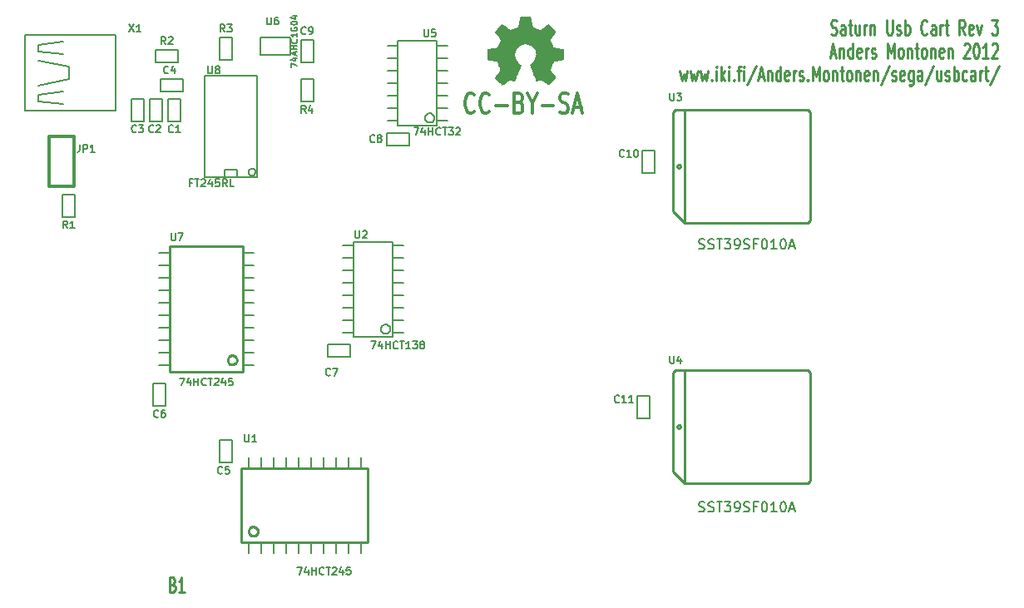
<source format=gto>
G04 (created by PCBNEW-RS274X (2012-01-19 BZR 3256)-stable) date 09/06/2012 05:25:14*
G01*
G70*
G90*
%MOIN*%
G04 Gerber Fmt 3.4, Leading zero omitted, Abs format*
%FSLAX34Y34*%
G04 APERTURE LIST*
%ADD10C,0.006000*%
%ADD11C,0.012000*%
%ADD12C,0.009900*%
%ADD13C,0.009800*%
%ADD14C,0.000100*%
%ADD15C,0.010000*%
%ADD16C,0.005000*%
%ADD17C,0.005900*%
%ADD18C,0.007900*%
G04 APERTURE END LIST*
G54D10*
G54D11*
X28205Y-44539D02*
X28176Y-44577D01*
X28090Y-44615D01*
X28033Y-44615D01*
X27948Y-44577D01*
X27890Y-44501D01*
X27862Y-44424D01*
X27833Y-44272D01*
X27833Y-44158D01*
X27862Y-44005D01*
X27890Y-43929D01*
X27948Y-43853D01*
X28033Y-43815D01*
X28090Y-43815D01*
X28176Y-43853D01*
X28205Y-43891D01*
X28805Y-44539D02*
X28776Y-44577D01*
X28690Y-44615D01*
X28633Y-44615D01*
X28548Y-44577D01*
X28490Y-44501D01*
X28462Y-44424D01*
X28433Y-44272D01*
X28433Y-44158D01*
X28462Y-44005D01*
X28490Y-43929D01*
X28548Y-43853D01*
X28633Y-43815D01*
X28690Y-43815D01*
X28776Y-43853D01*
X28805Y-43891D01*
X29062Y-44310D02*
X29519Y-44310D01*
X30005Y-44196D02*
X30091Y-44234D01*
X30119Y-44272D01*
X30148Y-44348D01*
X30148Y-44462D01*
X30119Y-44539D01*
X30091Y-44577D01*
X30033Y-44615D01*
X29805Y-44615D01*
X29805Y-43815D01*
X30005Y-43815D01*
X30062Y-43853D01*
X30091Y-43891D01*
X30119Y-43967D01*
X30119Y-44043D01*
X30091Y-44120D01*
X30062Y-44158D01*
X30005Y-44196D01*
X29805Y-44196D01*
X30519Y-44234D02*
X30519Y-44615D01*
X30319Y-43815D02*
X30519Y-44234D01*
X30719Y-43815D01*
X30919Y-44310D02*
X31376Y-44310D01*
X31633Y-44577D02*
X31719Y-44615D01*
X31862Y-44615D01*
X31919Y-44577D01*
X31948Y-44539D01*
X31976Y-44462D01*
X31976Y-44386D01*
X31948Y-44310D01*
X31919Y-44272D01*
X31862Y-44234D01*
X31748Y-44196D01*
X31690Y-44158D01*
X31662Y-44120D01*
X31633Y-44043D01*
X31633Y-43967D01*
X31662Y-43891D01*
X31690Y-43853D01*
X31748Y-43815D01*
X31890Y-43815D01*
X31976Y-43853D01*
X32204Y-44386D02*
X32490Y-44386D01*
X32147Y-44615D02*
X32347Y-43815D01*
X32547Y-44615D01*
G54D12*
X16124Y-63512D02*
X16180Y-63540D01*
X16199Y-63568D01*
X16218Y-63625D01*
X16218Y-63709D01*
X16199Y-63765D01*
X16180Y-63794D01*
X16143Y-63822D01*
X15993Y-63822D01*
X15993Y-63231D01*
X16124Y-63231D01*
X16162Y-63259D01*
X16180Y-63287D01*
X16199Y-63343D01*
X16199Y-63400D01*
X16180Y-63456D01*
X16162Y-63484D01*
X16124Y-63512D01*
X15993Y-63512D01*
X16593Y-63822D02*
X16368Y-63822D01*
X16481Y-63822D02*
X16481Y-63231D01*
X16443Y-63315D01*
X16406Y-63371D01*
X16368Y-63400D01*
G54D13*
X42504Y-41451D02*
X42560Y-41479D01*
X42654Y-41479D01*
X42692Y-41451D01*
X42710Y-41422D01*
X42729Y-41366D01*
X42729Y-41310D01*
X42710Y-41254D01*
X42692Y-41225D01*
X42654Y-41197D01*
X42579Y-41169D01*
X42542Y-41141D01*
X42523Y-41113D01*
X42504Y-41057D01*
X42504Y-41000D01*
X42523Y-40944D01*
X42542Y-40916D01*
X42579Y-40888D01*
X42673Y-40888D01*
X42729Y-40916D01*
X43067Y-41479D02*
X43067Y-41169D01*
X43048Y-41113D01*
X43010Y-41085D01*
X42935Y-41085D01*
X42898Y-41113D01*
X43067Y-41451D02*
X43029Y-41479D01*
X42935Y-41479D01*
X42898Y-41451D01*
X42879Y-41394D01*
X42879Y-41338D01*
X42898Y-41282D01*
X42935Y-41254D01*
X43029Y-41254D01*
X43067Y-41225D01*
X43198Y-41085D02*
X43348Y-41085D01*
X43254Y-40888D02*
X43254Y-41394D01*
X43273Y-41451D01*
X43310Y-41479D01*
X43348Y-41479D01*
X43648Y-41085D02*
X43648Y-41479D01*
X43479Y-41085D02*
X43479Y-41394D01*
X43498Y-41451D01*
X43535Y-41479D01*
X43591Y-41479D01*
X43629Y-41451D01*
X43648Y-41422D01*
X43835Y-41479D02*
X43835Y-41085D01*
X43835Y-41197D02*
X43854Y-41141D01*
X43872Y-41113D01*
X43910Y-41085D01*
X43947Y-41085D01*
X44079Y-41085D02*
X44079Y-41479D01*
X44079Y-41141D02*
X44098Y-41113D01*
X44135Y-41085D01*
X44191Y-41085D01*
X44229Y-41113D01*
X44248Y-41169D01*
X44248Y-41479D01*
X44735Y-40888D02*
X44735Y-41366D01*
X44754Y-41422D01*
X44772Y-41451D01*
X44810Y-41479D01*
X44885Y-41479D01*
X44922Y-41451D01*
X44941Y-41422D01*
X44960Y-41366D01*
X44960Y-40888D01*
X45129Y-41451D02*
X45167Y-41479D01*
X45242Y-41479D01*
X45279Y-41451D01*
X45298Y-41394D01*
X45298Y-41366D01*
X45279Y-41310D01*
X45242Y-41282D01*
X45185Y-41282D01*
X45148Y-41254D01*
X45129Y-41197D01*
X45129Y-41169D01*
X45148Y-41113D01*
X45185Y-41085D01*
X45242Y-41085D01*
X45279Y-41113D01*
X45467Y-41479D02*
X45467Y-40888D01*
X45467Y-41113D02*
X45504Y-41085D01*
X45579Y-41085D01*
X45617Y-41113D01*
X45636Y-41141D01*
X45654Y-41197D01*
X45654Y-41366D01*
X45636Y-41422D01*
X45617Y-41451D01*
X45579Y-41479D01*
X45504Y-41479D01*
X45467Y-41451D01*
X46348Y-41422D02*
X46329Y-41451D01*
X46273Y-41479D01*
X46235Y-41479D01*
X46179Y-41451D01*
X46142Y-41394D01*
X46123Y-41338D01*
X46104Y-41225D01*
X46104Y-41141D01*
X46123Y-41028D01*
X46142Y-40972D01*
X46179Y-40916D01*
X46235Y-40888D01*
X46273Y-40888D01*
X46329Y-40916D01*
X46348Y-40944D01*
X46686Y-41479D02*
X46686Y-41169D01*
X46667Y-41113D01*
X46629Y-41085D01*
X46554Y-41085D01*
X46517Y-41113D01*
X46686Y-41451D02*
X46648Y-41479D01*
X46554Y-41479D01*
X46517Y-41451D01*
X46498Y-41394D01*
X46498Y-41338D01*
X46517Y-41282D01*
X46554Y-41254D01*
X46648Y-41254D01*
X46686Y-41225D01*
X46873Y-41479D02*
X46873Y-41085D01*
X46873Y-41197D02*
X46892Y-41141D01*
X46910Y-41113D01*
X46948Y-41085D01*
X46985Y-41085D01*
X47061Y-41085D02*
X47211Y-41085D01*
X47117Y-40888D02*
X47117Y-41394D01*
X47136Y-41451D01*
X47173Y-41479D01*
X47211Y-41479D01*
X47867Y-41479D02*
X47736Y-41197D01*
X47642Y-41479D02*
X47642Y-40888D01*
X47792Y-40888D01*
X47829Y-40916D01*
X47848Y-40944D01*
X47867Y-41000D01*
X47867Y-41085D01*
X47848Y-41141D01*
X47829Y-41169D01*
X47792Y-41197D01*
X47642Y-41197D01*
X48186Y-41451D02*
X48148Y-41479D01*
X48073Y-41479D01*
X48036Y-41451D01*
X48017Y-41394D01*
X48017Y-41169D01*
X48036Y-41113D01*
X48073Y-41085D01*
X48148Y-41085D01*
X48186Y-41113D01*
X48205Y-41169D01*
X48205Y-41225D01*
X48017Y-41282D01*
X48336Y-41085D02*
X48430Y-41479D01*
X48524Y-41085D01*
X48936Y-40888D02*
X49180Y-40888D01*
X49049Y-41113D01*
X49105Y-41113D01*
X49143Y-41141D01*
X49161Y-41169D01*
X49180Y-41225D01*
X49180Y-41366D01*
X49161Y-41422D01*
X49143Y-41451D01*
X49105Y-41479D01*
X48993Y-41479D01*
X48955Y-41451D01*
X48936Y-41422D01*
X42486Y-42235D02*
X42674Y-42235D01*
X42449Y-42404D02*
X42580Y-41813D01*
X42711Y-42404D01*
X42843Y-42010D02*
X42843Y-42404D01*
X42843Y-42066D02*
X42862Y-42038D01*
X42899Y-42010D01*
X42955Y-42010D01*
X42993Y-42038D01*
X43012Y-42094D01*
X43012Y-42404D01*
X43368Y-42404D02*
X43368Y-41813D01*
X43368Y-42376D02*
X43330Y-42404D01*
X43255Y-42404D01*
X43218Y-42376D01*
X43199Y-42347D01*
X43180Y-42291D01*
X43180Y-42122D01*
X43199Y-42066D01*
X43218Y-42038D01*
X43255Y-42010D01*
X43330Y-42010D01*
X43368Y-42038D01*
X43705Y-42376D02*
X43667Y-42404D01*
X43592Y-42404D01*
X43555Y-42376D01*
X43536Y-42319D01*
X43536Y-42094D01*
X43555Y-42038D01*
X43592Y-42010D01*
X43667Y-42010D01*
X43705Y-42038D01*
X43724Y-42094D01*
X43724Y-42150D01*
X43536Y-42207D01*
X43893Y-42404D02*
X43893Y-42010D01*
X43893Y-42122D02*
X43912Y-42066D01*
X43930Y-42038D01*
X43968Y-42010D01*
X44005Y-42010D01*
X44118Y-42376D02*
X44156Y-42404D01*
X44231Y-42404D01*
X44268Y-42376D01*
X44287Y-42319D01*
X44287Y-42291D01*
X44268Y-42235D01*
X44231Y-42207D01*
X44174Y-42207D01*
X44137Y-42179D01*
X44118Y-42122D01*
X44118Y-42094D01*
X44137Y-42038D01*
X44174Y-42010D01*
X44231Y-42010D01*
X44268Y-42038D01*
X44756Y-42404D02*
X44756Y-41813D01*
X44887Y-42235D01*
X45018Y-41813D01*
X45018Y-42404D01*
X45262Y-42404D02*
X45225Y-42376D01*
X45206Y-42347D01*
X45187Y-42291D01*
X45187Y-42122D01*
X45206Y-42066D01*
X45225Y-42038D01*
X45262Y-42010D01*
X45318Y-42010D01*
X45356Y-42038D01*
X45375Y-42066D01*
X45393Y-42122D01*
X45393Y-42291D01*
X45375Y-42347D01*
X45356Y-42376D01*
X45318Y-42404D01*
X45262Y-42404D01*
X45562Y-42010D02*
X45562Y-42404D01*
X45562Y-42066D02*
X45581Y-42038D01*
X45618Y-42010D01*
X45674Y-42010D01*
X45712Y-42038D01*
X45731Y-42094D01*
X45731Y-42404D01*
X45862Y-42010D02*
X46012Y-42010D01*
X45918Y-41813D02*
X45918Y-42319D01*
X45937Y-42376D01*
X45974Y-42404D01*
X46012Y-42404D01*
X46199Y-42404D02*
X46162Y-42376D01*
X46143Y-42347D01*
X46124Y-42291D01*
X46124Y-42122D01*
X46143Y-42066D01*
X46162Y-42038D01*
X46199Y-42010D01*
X46255Y-42010D01*
X46293Y-42038D01*
X46312Y-42066D01*
X46330Y-42122D01*
X46330Y-42291D01*
X46312Y-42347D01*
X46293Y-42376D01*
X46255Y-42404D01*
X46199Y-42404D01*
X46499Y-42010D02*
X46499Y-42404D01*
X46499Y-42066D02*
X46518Y-42038D01*
X46555Y-42010D01*
X46611Y-42010D01*
X46649Y-42038D01*
X46668Y-42094D01*
X46668Y-42404D01*
X47005Y-42376D02*
X46967Y-42404D01*
X46892Y-42404D01*
X46855Y-42376D01*
X46836Y-42319D01*
X46836Y-42094D01*
X46855Y-42038D01*
X46892Y-42010D01*
X46967Y-42010D01*
X47005Y-42038D01*
X47024Y-42094D01*
X47024Y-42150D01*
X46836Y-42207D01*
X47193Y-42010D02*
X47193Y-42404D01*
X47193Y-42066D02*
X47212Y-42038D01*
X47249Y-42010D01*
X47305Y-42010D01*
X47343Y-42038D01*
X47362Y-42094D01*
X47362Y-42404D01*
X47830Y-41869D02*
X47849Y-41841D01*
X47886Y-41813D01*
X47980Y-41813D01*
X48018Y-41841D01*
X48036Y-41869D01*
X48055Y-41925D01*
X48055Y-41982D01*
X48036Y-42066D01*
X47811Y-42404D01*
X48055Y-42404D01*
X48299Y-41813D02*
X48336Y-41813D01*
X48374Y-41841D01*
X48393Y-41869D01*
X48411Y-41925D01*
X48430Y-42038D01*
X48430Y-42179D01*
X48411Y-42291D01*
X48393Y-42347D01*
X48374Y-42376D01*
X48336Y-42404D01*
X48299Y-42404D01*
X48261Y-42376D01*
X48243Y-42347D01*
X48224Y-42291D01*
X48205Y-42179D01*
X48205Y-42038D01*
X48224Y-41925D01*
X48243Y-41869D01*
X48261Y-41841D01*
X48299Y-41813D01*
X48805Y-42404D02*
X48580Y-42404D01*
X48693Y-42404D02*
X48693Y-41813D01*
X48655Y-41897D01*
X48618Y-41953D01*
X48580Y-41982D01*
X48955Y-41869D02*
X48974Y-41841D01*
X49011Y-41813D01*
X49105Y-41813D01*
X49143Y-41841D01*
X49161Y-41869D01*
X49180Y-41925D01*
X49180Y-41982D01*
X49161Y-42066D01*
X48936Y-42404D01*
X49180Y-42404D01*
X36441Y-42935D02*
X36516Y-43329D01*
X36591Y-43047D01*
X36666Y-43329D01*
X36741Y-42935D01*
X36854Y-42935D02*
X36929Y-43329D01*
X37004Y-43047D01*
X37079Y-43329D01*
X37154Y-42935D01*
X37267Y-42935D02*
X37342Y-43329D01*
X37417Y-43047D01*
X37492Y-43329D01*
X37567Y-42935D01*
X37718Y-43272D02*
X37737Y-43301D01*
X37718Y-43329D01*
X37699Y-43301D01*
X37718Y-43272D01*
X37718Y-43329D01*
X37906Y-43329D02*
X37906Y-42935D01*
X37906Y-42738D02*
X37887Y-42766D01*
X37906Y-42794D01*
X37925Y-42766D01*
X37906Y-42738D01*
X37906Y-42794D01*
X38094Y-43329D02*
X38094Y-42738D01*
X38131Y-43104D02*
X38244Y-43329D01*
X38244Y-42935D02*
X38094Y-43160D01*
X38413Y-43329D02*
X38413Y-42935D01*
X38413Y-42738D02*
X38394Y-42766D01*
X38413Y-42794D01*
X38432Y-42766D01*
X38413Y-42738D01*
X38413Y-42794D01*
X38601Y-43272D02*
X38620Y-43301D01*
X38601Y-43329D01*
X38582Y-43301D01*
X38601Y-43272D01*
X38601Y-43329D01*
X38733Y-42935D02*
X38883Y-42935D01*
X38789Y-43329D02*
X38789Y-42822D01*
X38808Y-42766D01*
X38845Y-42738D01*
X38883Y-42738D01*
X39014Y-43329D02*
X39014Y-42935D01*
X39014Y-42738D02*
X38995Y-42766D01*
X39014Y-42794D01*
X39033Y-42766D01*
X39014Y-42738D01*
X39014Y-42794D01*
X39483Y-42710D02*
X39146Y-43469D01*
X39596Y-43160D02*
X39784Y-43160D01*
X39559Y-43329D02*
X39690Y-42738D01*
X39821Y-43329D01*
X39953Y-42935D02*
X39953Y-43329D01*
X39953Y-42991D02*
X39972Y-42963D01*
X40009Y-42935D01*
X40065Y-42935D01*
X40103Y-42963D01*
X40122Y-43019D01*
X40122Y-43329D01*
X40478Y-43329D02*
X40478Y-42738D01*
X40478Y-43301D02*
X40440Y-43329D01*
X40365Y-43329D01*
X40328Y-43301D01*
X40309Y-43272D01*
X40290Y-43216D01*
X40290Y-43047D01*
X40309Y-42991D01*
X40328Y-42963D01*
X40365Y-42935D01*
X40440Y-42935D01*
X40478Y-42963D01*
X40815Y-43301D02*
X40777Y-43329D01*
X40702Y-43329D01*
X40665Y-43301D01*
X40646Y-43244D01*
X40646Y-43019D01*
X40665Y-42963D01*
X40702Y-42935D01*
X40777Y-42935D01*
X40815Y-42963D01*
X40834Y-43019D01*
X40834Y-43075D01*
X40646Y-43132D01*
X41003Y-43329D02*
X41003Y-42935D01*
X41003Y-43047D02*
X41022Y-42991D01*
X41040Y-42963D01*
X41078Y-42935D01*
X41115Y-42935D01*
X41228Y-43301D02*
X41266Y-43329D01*
X41341Y-43329D01*
X41378Y-43301D01*
X41397Y-43244D01*
X41397Y-43216D01*
X41378Y-43160D01*
X41341Y-43132D01*
X41284Y-43132D01*
X41247Y-43104D01*
X41228Y-43047D01*
X41228Y-43019D01*
X41247Y-42963D01*
X41284Y-42935D01*
X41341Y-42935D01*
X41378Y-42963D01*
X41566Y-43272D02*
X41585Y-43301D01*
X41566Y-43329D01*
X41547Y-43301D01*
X41566Y-43272D01*
X41566Y-43329D01*
X41754Y-43329D02*
X41754Y-42738D01*
X41885Y-43160D01*
X42016Y-42738D01*
X42016Y-43329D01*
X42260Y-43329D02*
X42223Y-43301D01*
X42204Y-43272D01*
X42185Y-43216D01*
X42185Y-43047D01*
X42204Y-42991D01*
X42223Y-42963D01*
X42260Y-42935D01*
X42316Y-42935D01*
X42354Y-42963D01*
X42373Y-42991D01*
X42391Y-43047D01*
X42391Y-43216D01*
X42373Y-43272D01*
X42354Y-43301D01*
X42316Y-43329D01*
X42260Y-43329D01*
X42560Y-42935D02*
X42560Y-43329D01*
X42560Y-42991D02*
X42579Y-42963D01*
X42616Y-42935D01*
X42672Y-42935D01*
X42710Y-42963D01*
X42729Y-43019D01*
X42729Y-43329D01*
X42860Y-42935D02*
X43010Y-42935D01*
X42916Y-42738D02*
X42916Y-43244D01*
X42935Y-43301D01*
X42972Y-43329D01*
X43010Y-43329D01*
X43197Y-43329D02*
X43160Y-43301D01*
X43141Y-43272D01*
X43122Y-43216D01*
X43122Y-43047D01*
X43141Y-42991D01*
X43160Y-42963D01*
X43197Y-42935D01*
X43253Y-42935D01*
X43291Y-42963D01*
X43310Y-42991D01*
X43328Y-43047D01*
X43328Y-43216D01*
X43310Y-43272D01*
X43291Y-43301D01*
X43253Y-43329D01*
X43197Y-43329D01*
X43497Y-42935D02*
X43497Y-43329D01*
X43497Y-42991D02*
X43516Y-42963D01*
X43553Y-42935D01*
X43609Y-42935D01*
X43647Y-42963D01*
X43666Y-43019D01*
X43666Y-43329D01*
X44003Y-43301D02*
X43965Y-43329D01*
X43890Y-43329D01*
X43853Y-43301D01*
X43834Y-43244D01*
X43834Y-43019D01*
X43853Y-42963D01*
X43890Y-42935D01*
X43965Y-42935D01*
X44003Y-42963D01*
X44022Y-43019D01*
X44022Y-43075D01*
X43834Y-43132D01*
X44191Y-42935D02*
X44191Y-43329D01*
X44191Y-42991D02*
X44210Y-42963D01*
X44247Y-42935D01*
X44303Y-42935D01*
X44341Y-42963D01*
X44360Y-43019D01*
X44360Y-43329D01*
X44828Y-42710D02*
X44491Y-43469D01*
X44941Y-43301D02*
X44979Y-43329D01*
X45054Y-43329D01*
X45091Y-43301D01*
X45110Y-43244D01*
X45110Y-43216D01*
X45091Y-43160D01*
X45054Y-43132D01*
X44997Y-43132D01*
X44960Y-43104D01*
X44941Y-43047D01*
X44941Y-43019D01*
X44960Y-42963D01*
X44997Y-42935D01*
X45054Y-42935D01*
X45091Y-42963D01*
X45429Y-43301D02*
X45391Y-43329D01*
X45316Y-43329D01*
X45279Y-43301D01*
X45260Y-43244D01*
X45260Y-43019D01*
X45279Y-42963D01*
X45316Y-42935D01*
X45391Y-42935D01*
X45429Y-42963D01*
X45448Y-43019D01*
X45448Y-43075D01*
X45260Y-43132D01*
X45786Y-42935D02*
X45786Y-43413D01*
X45767Y-43469D01*
X45748Y-43498D01*
X45711Y-43526D01*
X45654Y-43526D01*
X45617Y-43498D01*
X45786Y-43301D02*
X45748Y-43329D01*
X45673Y-43329D01*
X45636Y-43301D01*
X45617Y-43272D01*
X45598Y-43216D01*
X45598Y-43047D01*
X45617Y-42991D01*
X45636Y-42963D01*
X45673Y-42935D01*
X45748Y-42935D01*
X45786Y-42963D01*
X46142Y-43329D02*
X46142Y-43019D01*
X46123Y-42963D01*
X46085Y-42935D01*
X46010Y-42935D01*
X45973Y-42963D01*
X46142Y-43301D02*
X46104Y-43329D01*
X46010Y-43329D01*
X45973Y-43301D01*
X45954Y-43244D01*
X45954Y-43188D01*
X45973Y-43132D01*
X46010Y-43104D01*
X46104Y-43104D01*
X46142Y-43075D01*
X46610Y-42710D02*
X46273Y-43469D01*
X46911Y-42935D02*
X46911Y-43329D01*
X46742Y-42935D02*
X46742Y-43244D01*
X46761Y-43301D01*
X46798Y-43329D01*
X46854Y-43329D01*
X46892Y-43301D01*
X46911Y-43272D01*
X47079Y-43301D02*
X47117Y-43329D01*
X47192Y-43329D01*
X47229Y-43301D01*
X47248Y-43244D01*
X47248Y-43216D01*
X47229Y-43160D01*
X47192Y-43132D01*
X47135Y-43132D01*
X47098Y-43104D01*
X47079Y-43047D01*
X47079Y-43019D01*
X47098Y-42963D01*
X47135Y-42935D01*
X47192Y-42935D01*
X47229Y-42963D01*
X47417Y-43329D02*
X47417Y-42738D01*
X47417Y-42963D02*
X47454Y-42935D01*
X47529Y-42935D01*
X47567Y-42963D01*
X47586Y-42991D01*
X47604Y-43047D01*
X47604Y-43216D01*
X47586Y-43272D01*
X47567Y-43301D01*
X47529Y-43329D01*
X47454Y-43329D01*
X47417Y-43301D01*
X47942Y-43301D02*
X47904Y-43329D01*
X47829Y-43329D01*
X47792Y-43301D01*
X47773Y-43272D01*
X47754Y-43216D01*
X47754Y-43047D01*
X47773Y-42991D01*
X47792Y-42963D01*
X47829Y-42935D01*
X47904Y-42935D01*
X47942Y-42963D01*
X48280Y-43329D02*
X48280Y-43019D01*
X48261Y-42963D01*
X48223Y-42935D01*
X48148Y-42935D01*
X48111Y-42963D01*
X48280Y-43301D02*
X48242Y-43329D01*
X48148Y-43329D01*
X48111Y-43301D01*
X48092Y-43244D01*
X48092Y-43188D01*
X48111Y-43132D01*
X48148Y-43104D01*
X48242Y-43104D01*
X48280Y-43075D01*
X48467Y-43329D02*
X48467Y-42935D01*
X48467Y-43047D02*
X48486Y-42991D01*
X48504Y-42963D01*
X48542Y-42935D01*
X48579Y-42935D01*
X48655Y-42935D02*
X48805Y-42935D01*
X48711Y-42738D02*
X48711Y-43244D01*
X48730Y-43301D01*
X48767Y-43329D01*
X48805Y-43329D01*
X49217Y-42710D02*
X48880Y-43469D01*
G54D14*
G36*
X29329Y-43503D02*
X29346Y-43495D01*
X29382Y-43472D01*
X29433Y-43439D01*
X29493Y-43398D01*
X29554Y-43357D01*
X29604Y-43324D01*
X29639Y-43301D01*
X29653Y-43293D01*
X29661Y-43296D01*
X29690Y-43310D01*
X29732Y-43332D01*
X29756Y-43344D01*
X29795Y-43361D01*
X29814Y-43364D01*
X29817Y-43359D01*
X29831Y-43330D01*
X29853Y-43279D01*
X29882Y-43213D01*
X29915Y-43135D01*
X29951Y-43051D01*
X29987Y-42966D01*
X30021Y-42884D01*
X30050Y-42811D01*
X30075Y-42751D01*
X30090Y-42709D01*
X30096Y-42691D01*
X30094Y-42688D01*
X30075Y-42669D01*
X30042Y-42644D01*
X29969Y-42585D01*
X29897Y-42495D01*
X29854Y-42394D01*
X29839Y-42281D01*
X29852Y-42176D01*
X29893Y-42076D01*
X29963Y-41986D01*
X30048Y-41918D01*
X30147Y-41876D01*
X30259Y-41862D01*
X30366Y-41874D01*
X30468Y-41915D01*
X30559Y-41984D01*
X30597Y-42028D01*
X30650Y-42119D01*
X30680Y-42217D01*
X30683Y-42242D01*
X30678Y-42350D01*
X30647Y-42453D01*
X30590Y-42545D01*
X30511Y-42621D01*
X30501Y-42628D01*
X30464Y-42655D01*
X30440Y-42674D01*
X30421Y-42690D01*
X30558Y-43020D01*
X30580Y-43073D01*
X30617Y-43163D01*
X30650Y-43241D01*
X30677Y-43303D01*
X30695Y-43344D01*
X30703Y-43361D01*
X30704Y-43361D01*
X30716Y-43364D01*
X30741Y-43354D01*
X30787Y-43332D01*
X30818Y-43316D01*
X30853Y-43300D01*
X30869Y-43293D01*
X30882Y-43300D01*
X30916Y-43322D01*
X30965Y-43355D01*
X31024Y-43395D01*
X31080Y-43433D01*
X31132Y-43468D01*
X31170Y-43492D01*
X31188Y-43502D01*
X31191Y-43502D01*
X31207Y-43492D01*
X31236Y-43468D01*
X31281Y-43425D01*
X31345Y-43362D01*
X31355Y-43353D01*
X31407Y-43300D01*
X31450Y-43255D01*
X31478Y-43223D01*
X31488Y-43209D01*
X31488Y-43208D01*
X31479Y-43191D01*
X31455Y-43153D01*
X31421Y-43101D01*
X31379Y-43039D01*
X31270Y-42881D01*
X31330Y-42731D01*
X31348Y-42685D01*
X31372Y-42629D01*
X31389Y-42589D01*
X31398Y-42572D01*
X31414Y-42566D01*
X31455Y-42556D01*
X31515Y-42544D01*
X31586Y-42531D01*
X31653Y-42518D01*
X31714Y-42507D01*
X31759Y-42498D01*
X31778Y-42494D01*
X31783Y-42491D01*
X31787Y-42482D01*
X31790Y-42461D01*
X31791Y-42424D01*
X31792Y-42366D01*
X31792Y-42281D01*
X31792Y-42272D01*
X31791Y-42191D01*
X31790Y-42127D01*
X31788Y-42085D01*
X31785Y-42069D01*
X31785Y-42068D01*
X31766Y-42064D01*
X31722Y-42055D01*
X31661Y-42043D01*
X31589Y-42029D01*
X31584Y-42028D01*
X31512Y-42014D01*
X31451Y-42001D01*
X31408Y-41992D01*
X31390Y-41986D01*
X31387Y-41981D01*
X31372Y-41953D01*
X31351Y-41907D01*
X31327Y-41853D01*
X31303Y-41796D01*
X31283Y-41744D01*
X31269Y-41706D01*
X31265Y-41689D01*
X31265Y-41688D01*
X31276Y-41671D01*
X31301Y-41633D01*
X31336Y-41581D01*
X31379Y-41520D01*
X31382Y-41515D01*
X31423Y-41453D01*
X31457Y-41402D01*
X31480Y-41365D01*
X31488Y-41348D01*
X31488Y-41347D01*
X31474Y-41329D01*
X31443Y-41294D01*
X31398Y-41247D01*
X31345Y-41193D01*
X31328Y-41176D01*
X31268Y-41118D01*
X31227Y-41080D01*
X31201Y-41060D01*
X31189Y-41055D01*
X31188Y-41055D01*
X31170Y-41067D01*
X31131Y-41092D01*
X31078Y-41127D01*
X31016Y-41170D01*
X31012Y-41173D01*
X30951Y-41214D01*
X30899Y-41249D01*
X30863Y-41273D01*
X30847Y-41282D01*
X30844Y-41282D01*
X30819Y-41275D01*
X30776Y-41260D01*
X30722Y-41239D01*
X30666Y-41216D01*
X30614Y-41195D01*
X30575Y-41177D01*
X30557Y-41167D01*
X30557Y-41166D01*
X30550Y-41144D01*
X30540Y-41098D01*
X30527Y-41035D01*
X30512Y-40960D01*
X30510Y-40948D01*
X30496Y-40874D01*
X30485Y-40814D01*
X30476Y-40772D01*
X30472Y-40755D01*
X30461Y-40753D01*
X30425Y-40750D01*
X30371Y-40749D01*
X30305Y-40748D01*
X30236Y-40749D01*
X30168Y-40750D01*
X30110Y-40752D01*
X30069Y-40755D01*
X30052Y-40758D01*
X30051Y-40759D01*
X30045Y-40782D01*
X30035Y-40828D01*
X30022Y-40891D01*
X30007Y-40967D01*
X30005Y-40980D01*
X29991Y-41053D01*
X29979Y-41113D01*
X29970Y-41154D01*
X29965Y-41170D01*
X29959Y-41173D01*
X29929Y-41186D01*
X29880Y-41207D01*
X29819Y-41231D01*
X29679Y-41288D01*
X29507Y-41170D01*
X29491Y-41159D01*
X29429Y-41117D01*
X29378Y-41083D01*
X29343Y-41061D01*
X29328Y-41052D01*
X29327Y-41053D01*
X29310Y-41068D01*
X29276Y-41100D01*
X29229Y-41145D01*
X29175Y-41199D01*
X29135Y-41239D01*
X29087Y-41288D01*
X29057Y-41320D01*
X29041Y-41341D01*
X29035Y-41353D01*
X29036Y-41362D01*
X29048Y-41379D01*
X29073Y-41417D01*
X29108Y-41470D01*
X29150Y-41530D01*
X29184Y-41581D01*
X29222Y-41639D01*
X29246Y-41680D01*
X29255Y-41701D01*
X29253Y-41709D01*
X29241Y-41743D01*
X29220Y-41793D01*
X29194Y-41854D01*
X29134Y-41990D01*
X29045Y-42008D01*
X28991Y-42018D01*
X28915Y-42032D01*
X28843Y-42046D01*
X28730Y-42068D01*
X28726Y-42484D01*
X28743Y-42491D01*
X28760Y-42496D01*
X28802Y-42505D01*
X28862Y-42517D01*
X28932Y-42530D01*
X28992Y-42541D01*
X29053Y-42553D01*
X29096Y-42561D01*
X29116Y-42566D01*
X29121Y-42572D01*
X29136Y-42601D01*
X29157Y-42648D01*
X29181Y-42704D01*
X29206Y-42762D01*
X29227Y-42816D01*
X29242Y-42857D01*
X29248Y-42878D01*
X29239Y-42894D01*
X29216Y-42930D01*
X29183Y-42980D01*
X29142Y-43041D01*
X29101Y-43101D01*
X29066Y-43152D01*
X29042Y-43189D01*
X29031Y-43206D01*
X29036Y-43218D01*
X29061Y-43247D01*
X29106Y-43294D01*
X29173Y-43361D01*
X29184Y-43371D01*
X29238Y-43423D01*
X29284Y-43465D01*
X29315Y-43493D01*
X29329Y-43503D01*
X29329Y-43503D01*
G37*
G54D15*
X41576Y-54921D02*
X36262Y-54921D01*
X36616Y-59449D02*
X41576Y-59449D01*
X36469Y-57185D02*
X36467Y-57198D01*
X36463Y-57211D01*
X36457Y-57223D01*
X36448Y-57234D01*
X36438Y-57243D01*
X36426Y-57249D01*
X36413Y-57253D01*
X36399Y-57254D01*
X36386Y-57253D01*
X36373Y-57249D01*
X36361Y-57243D01*
X36351Y-57235D01*
X36342Y-57224D01*
X36335Y-57212D01*
X36331Y-57199D01*
X36330Y-57185D01*
X36331Y-57173D01*
X36334Y-57160D01*
X36341Y-57148D01*
X36349Y-57137D01*
X36360Y-57128D01*
X36371Y-57121D01*
X36384Y-57117D01*
X36398Y-57116D01*
X36411Y-57117D01*
X36424Y-57120D01*
X36436Y-57126D01*
X36447Y-57135D01*
X36456Y-57145D01*
X36462Y-57157D01*
X36467Y-57170D01*
X36468Y-57184D01*
X36469Y-57185D01*
X36616Y-59449D02*
X36616Y-54921D01*
X41576Y-54921D02*
X41675Y-55020D01*
X41675Y-55020D02*
X41675Y-59350D01*
X41676Y-59350D02*
X41577Y-59449D01*
X36616Y-59449D02*
X36163Y-58996D01*
X36163Y-58996D02*
X36163Y-55020D01*
X36162Y-55020D02*
X36261Y-54921D01*
X41576Y-44488D02*
X36262Y-44488D01*
X36616Y-49016D02*
X41576Y-49016D01*
X36469Y-46752D02*
X36467Y-46765D01*
X36463Y-46778D01*
X36457Y-46790D01*
X36448Y-46801D01*
X36438Y-46810D01*
X36426Y-46816D01*
X36413Y-46820D01*
X36399Y-46821D01*
X36386Y-46820D01*
X36373Y-46816D01*
X36361Y-46810D01*
X36351Y-46802D01*
X36342Y-46791D01*
X36335Y-46779D01*
X36331Y-46766D01*
X36330Y-46752D01*
X36331Y-46740D01*
X36334Y-46727D01*
X36341Y-46715D01*
X36349Y-46704D01*
X36360Y-46695D01*
X36371Y-46688D01*
X36384Y-46684D01*
X36398Y-46683D01*
X36411Y-46684D01*
X36424Y-46687D01*
X36436Y-46693D01*
X36447Y-46702D01*
X36456Y-46712D01*
X36462Y-46724D01*
X36467Y-46737D01*
X36468Y-46751D01*
X36469Y-46752D01*
X36616Y-49016D02*
X36616Y-44488D01*
X41576Y-44488D02*
X41675Y-44587D01*
X41675Y-44587D02*
X41675Y-48917D01*
X41676Y-48917D02*
X41577Y-49016D01*
X36616Y-49016D02*
X36163Y-48563D01*
X36163Y-48563D02*
X36163Y-44587D01*
X36162Y-44587D02*
X36261Y-44488D01*
G54D16*
X19438Y-46977D02*
X19435Y-47004D01*
X19427Y-47030D01*
X19414Y-47055D01*
X19397Y-47076D01*
X19375Y-47093D01*
X19351Y-47106D01*
X19325Y-47115D01*
X19297Y-47117D01*
X19271Y-47115D01*
X19245Y-47107D01*
X19220Y-47094D01*
X19199Y-47077D01*
X19181Y-47056D01*
X19168Y-47032D01*
X19160Y-47006D01*
X19157Y-46978D01*
X19159Y-46952D01*
X19166Y-46926D01*
X19179Y-46901D01*
X19196Y-46880D01*
X19217Y-46862D01*
X19241Y-46848D01*
X19267Y-46840D01*
X19295Y-46837D01*
X19321Y-46839D01*
X19347Y-46846D01*
X19372Y-46858D01*
X19394Y-46875D01*
X19412Y-46896D01*
X19425Y-46920D01*
X19434Y-46946D01*
X19437Y-46974D01*
X19438Y-46977D01*
X18197Y-47177D02*
X18197Y-46877D01*
X18197Y-46877D02*
X18697Y-46877D01*
X18697Y-46877D02*
X18697Y-47177D01*
X19497Y-43127D02*
X19497Y-47177D01*
X17397Y-47177D02*
X17397Y-43127D01*
X17397Y-47177D02*
X19497Y-47177D01*
X17397Y-43127D02*
X19497Y-43127D01*
X19620Y-42279D02*
X19620Y-41579D01*
X19620Y-41579D02*
X20820Y-41579D01*
X20820Y-41579D02*
X20820Y-42279D01*
X20820Y-42279D02*
X19620Y-42279D01*
G54D15*
X18939Y-54981D02*
X18939Y-49941D01*
X15987Y-49941D02*
X15987Y-54981D01*
G54D16*
X15553Y-50211D02*
X15983Y-50211D01*
X15983Y-50711D02*
X15553Y-50711D01*
X15983Y-51211D02*
X15553Y-51211D01*
X15983Y-51711D02*
X15553Y-51711D01*
X19373Y-54711D02*
X18943Y-54711D01*
X18943Y-50211D02*
X19373Y-50211D01*
G54D15*
X18939Y-49941D02*
X15987Y-49941D01*
X15987Y-54981D02*
X18939Y-54981D01*
G54D16*
X15983Y-54711D02*
X15553Y-54711D01*
X15983Y-54211D02*
X15553Y-54211D01*
X15983Y-53711D02*
X15553Y-53711D01*
X15553Y-53211D02*
X15983Y-53211D01*
X15553Y-52711D02*
X15983Y-52711D01*
X15553Y-52211D02*
X15983Y-52211D01*
X18943Y-50711D02*
X19373Y-50711D01*
X18943Y-51211D02*
X19373Y-51211D01*
X18943Y-51711D02*
X19373Y-51711D01*
X18943Y-54211D02*
X19373Y-54211D01*
X19373Y-53711D02*
X18943Y-53711D01*
X19373Y-52211D02*
X18943Y-52211D01*
X19373Y-52711D02*
X18943Y-52711D01*
X19373Y-53211D02*
X18943Y-53211D01*
G54D15*
X18691Y-54514D02*
X18687Y-54550D01*
X18676Y-54584D01*
X18659Y-54616D01*
X18636Y-54645D01*
X18609Y-54668D01*
X18577Y-54685D01*
X18542Y-54696D01*
X18506Y-54699D01*
X18471Y-54696D01*
X18436Y-54686D01*
X18404Y-54669D01*
X18375Y-54646D01*
X18352Y-54619D01*
X18335Y-54587D01*
X18324Y-54552D01*
X18320Y-54516D01*
X18323Y-54481D01*
X18333Y-54446D01*
X18349Y-54414D01*
X18372Y-54385D01*
X18399Y-54362D01*
X18431Y-54344D01*
X18466Y-54333D01*
X18502Y-54329D01*
X18537Y-54331D01*
X18572Y-54341D01*
X18604Y-54357D01*
X18633Y-54380D01*
X18656Y-54407D01*
X18674Y-54439D01*
X18686Y-54473D01*
X18690Y-54509D01*
X18691Y-54514D01*
X18880Y-61811D02*
X23920Y-61811D01*
X23920Y-58859D02*
X18880Y-58859D01*
G54D16*
X23650Y-58425D02*
X23650Y-58855D01*
X23150Y-58855D02*
X23150Y-58425D01*
X22650Y-58855D02*
X22650Y-58425D01*
X22150Y-58855D02*
X22150Y-58425D01*
X19150Y-62245D02*
X19150Y-61815D01*
X23650Y-61815D02*
X23650Y-62245D01*
G54D15*
X23920Y-61811D02*
X23920Y-58859D01*
X18880Y-58859D02*
X18880Y-61811D01*
G54D16*
X19150Y-58855D02*
X19150Y-58425D01*
X19650Y-58855D02*
X19650Y-58425D01*
X20150Y-58855D02*
X20150Y-58425D01*
X20650Y-58425D02*
X20650Y-58855D01*
X21150Y-58425D02*
X21150Y-58855D01*
X21650Y-58425D02*
X21650Y-58855D01*
X23150Y-61815D02*
X23150Y-62245D01*
X22650Y-61815D02*
X22650Y-62245D01*
X22150Y-61815D02*
X22150Y-62245D01*
X19650Y-61815D02*
X19650Y-62245D01*
X20150Y-62245D02*
X20150Y-61815D01*
X21650Y-62245D02*
X21650Y-61815D01*
X21150Y-62245D02*
X21150Y-61815D01*
X20650Y-62245D02*
X20650Y-61815D01*
G54D15*
X19533Y-61377D02*
X19529Y-61413D01*
X19518Y-61447D01*
X19501Y-61479D01*
X19478Y-61508D01*
X19451Y-61531D01*
X19419Y-61548D01*
X19384Y-61559D01*
X19348Y-61562D01*
X19313Y-61559D01*
X19278Y-61549D01*
X19246Y-61532D01*
X19217Y-61509D01*
X19194Y-61482D01*
X19177Y-61450D01*
X19166Y-61415D01*
X19162Y-61379D01*
X19165Y-61344D01*
X19175Y-61309D01*
X19191Y-61277D01*
X19214Y-61248D01*
X19241Y-61225D01*
X19273Y-61207D01*
X19308Y-61196D01*
X19344Y-61192D01*
X19379Y-61194D01*
X19414Y-61204D01*
X19446Y-61220D01*
X19475Y-61243D01*
X19498Y-61270D01*
X19516Y-61302D01*
X19528Y-61336D01*
X19532Y-61372D01*
X19533Y-61377D01*
G54D11*
X11157Y-45555D02*
X12157Y-45555D01*
X12157Y-45555D02*
X12157Y-47555D01*
X12157Y-47555D02*
X11157Y-47555D01*
X11157Y-47555D02*
X11157Y-45555D01*
G54D16*
X10201Y-41497D02*
X10201Y-44527D01*
X10201Y-41497D02*
X13842Y-41497D01*
X13842Y-41497D02*
X13842Y-44527D01*
X13842Y-44527D02*
X10201Y-44527D01*
X10727Y-42512D02*
X11977Y-42762D01*
X11977Y-42762D02*
X11977Y-43262D01*
X11977Y-43262D02*
X10727Y-43512D01*
X11727Y-44262D02*
X10727Y-44137D01*
X10727Y-44137D02*
X10727Y-43887D01*
X10727Y-43887D02*
X11727Y-43762D01*
X11727Y-41762D02*
X10727Y-41887D01*
X10727Y-41887D02*
X10727Y-42137D01*
X10727Y-42137D02*
X11727Y-42262D01*
X16535Y-43754D02*
X15635Y-43754D01*
X15635Y-43754D02*
X15635Y-43254D01*
X15635Y-43254D02*
X16535Y-43254D01*
X16535Y-43254D02*
X16535Y-43754D01*
X15934Y-44938D02*
X15934Y-44038D01*
X15934Y-44038D02*
X16434Y-44038D01*
X16434Y-44038D02*
X16434Y-44938D01*
X16434Y-44938D02*
X15934Y-44938D01*
X15186Y-44938D02*
X15186Y-44038D01*
X15186Y-44038D02*
X15686Y-44038D01*
X15686Y-44038D02*
X15686Y-44938D01*
X15686Y-44938D02*
X15186Y-44938D01*
X14458Y-44938D02*
X14458Y-44038D01*
X14458Y-44038D02*
X14958Y-44038D01*
X14958Y-44038D02*
X14958Y-44938D01*
X14958Y-44938D02*
X14458Y-44938D01*
X12202Y-47877D02*
X12202Y-48777D01*
X12202Y-48777D02*
X11702Y-48777D01*
X11702Y-48777D02*
X11702Y-47877D01*
X11702Y-47877D02*
X12202Y-47877D01*
X15439Y-42073D02*
X16339Y-42073D01*
X16339Y-42073D02*
X16339Y-42573D01*
X16339Y-42573D02*
X15439Y-42573D01*
X15439Y-42573D02*
X15439Y-42073D01*
X18001Y-42478D02*
X18001Y-41578D01*
X18001Y-41578D02*
X18501Y-41578D01*
X18501Y-41578D02*
X18501Y-42478D01*
X18501Y-42478D02*
X18001Y-42478D01*
X21749Y-43251D02*
X21749Y-44151D01*
X21749Y-44151D02*
X21249Y-44151D01*
X21249Y-44151D02*
X21249Y-43251D01*
X21249Y-43251D02*
X21749Y-43251D01*
X23377Y-52423D02*
X22947Y-52423D01*
X23377Y-51923D02*
X22947Y-51923D01*
X23377Y-51423D02*
X22947Y-51423D01*
X23377Y-52923D02*
X22947Y-52923D01*
X22947Y-53423D02*
X23377Y-53423D01*
X22947Y-50923D02*
X23377Y-50923D01*
X22947Y-50423D02*
X23377Y-50423D01*
X22947Y-49923D02*
X23377Y-49923D01*
X24937Y-49923D02*
X25367Y-49923D01*
X24937Y-50423D02*
X25367Y-50423D01*
X24937Y-50923D02*
X25367Y-50923D01*
X24937Y-53423D02*
X25367Y-53423D01*
X25367Y-52923D02*
X24937Y-52923D01*
X25367Y-51423D02*
X24937Y-51423D01*
X25367Y-51923D02*
X24937Y-51923D01*
X25367Y-52423D02*
X24937Y-52423D01*
X24833Y-53273D02*
X24829Y-53309D01*
X24818Y-53343D01*
X24801Y-53375D01*
X24778Y-53404D01*
X24751Y-53427D01*
X24719Y-53444D01*
X24684Y-53455D01*
X24648Y-53458D01*
X24613Y-53455D01*
X24578Y-53445D01*
X24546Y-53428D01*
X24517Y-53405D01*
X24494Y-53378D01*
X24477Y-53346D01*
X24466Y-53311D01*
X24462Y-53275D01*
X24465Y-53240D01*
X24475Y-53205D01*
X24491Y-53173D01*
X24514Y-53144D01*
X24541Y-53121D01*
X24573Y-53103D01*
X24608Y-53092D01*
X24644Y-53088D01*
X24679Y-53090D01*
X24714Y-53100D01*
X24746Y-53116D01*
X24775Y-53139D01*
X24798Y-53166D01*
X24816Y-53198D01*
X24828Y-53232D01*
X24832Y-53268D01*
X24833Y-53273D01*
X23377Y-53573D02*
X24937Y-53573D01*
X24937Y-53573D02*
X24937Y-49773D01*
X24937Y-49773D02*
X23377Y-49773D01*
X23377Y-49773D02*
X23377Y-53573D01*
X25148Y-45106D02*
X26708Y-45106D01*
X26708Y-45106D02*
X26708Y-41706D01*
X26708Y-41706D02*
X25148Y-41706D01*
X25148Y-41706D02*
X25148Y-45106D01*
X25148Y-44406D02*
X24718Y-44406D01*
X25148Y-43906D02*
X24718Y-43906D01*
X25148Y-43406D02*
X24718Y-43406D01*
X25148Y-44906D02*
X24718Y-44906D01*
X24718Y-42906D02*
X25148Y-42906D01*
X24718Y-42406D02*
X25148Y-42406D01*
X24718Y-41906D02*
X25148Y-41906D01*
X26708Y-41906D02*
X27138Y-41906D01*
X26708Y-42406D02*
X27138Y-42406D01*
X26708Y-44906D02*
X27138Y-44906D01*
X27138Y-44406D02*
X26708Y-44406D01*
X27138Y-42906D02*
X26708Y-42906D01*
X27138Y-43406D02*
X26708Y-43406D01*
X27138Y-43906D02*
X26708Y-43906D01*
X26604Y-44816D02*
X26600Y-44852D01*
X26589Y-44886D01*
X26572Y-44918D01*
X26549Y-44947D01*
X26522Y-44970D01*
X26490Y-44987D01*
X26455Y-44998D01*
X26419Y-45001D01*
X26384Y-44998D01*
X26349Y-44988D01*
X26317Y-44971D01*
X26288Y-44948D01*
X26265Y-44921D01*
X26248Y-44889D01*
X26237Y-44854D01*
X26233Y-44818D01*
X26236Y-44783D01*
X26246Y-44748D01*
X26262Y-44716D01*
X26285Y-44687D01*
X26312Y-44664D01*
X26344Y-44646D01*
X26379Y-44635D01*
X26415Y-44631D01*
X26450Y-44633D01*
X26485Y-44643D01*
X26517Y-44659D01*
X26546Y-44682D01*
X26569Y-44709D01*
X26587Y-44741D01*
X26599Y-44775D01*
X26603Y-44811D01*
X26604Y-44816D01*
X18001Y-58619D02*
X18001Y-57719D01*
X18001Y-57719D02*
X18501Y-57719D01*
X18501Y-57719D02*
X18501Y-58619D01*
X18501Y-58619D02*
X18001Y-58619D01*
X15844Y-55456D02*
X15844Y-56356D01*
X15844Y-56356D02*
X15344Y-56356D01*
X15344Y-56356D02*
X15344Y-55456D01*
X15344Y-55456D02*
X15844Y-55456D01*
X23229Y-54384D02*
X22329Y-54384D01*
X22329Y-54384D02*
X22329Y-53884D01*
X22329Y-53884D02*
X23229Y-53884D01*
X23229Y-53884D02*
X23229Y-54384D01*
X24691Y-45419D02*
X25591Y-45419D01*
X25591Y-45419D02*
X25591Y-45919D01*
X25591Y-45919D02*
X24691Y-45919D01*
X24691Y-45919D02*
X24691Y-45419D01*
X21249Y-42576D02*
X21249Y-41676D01*
X21249Y-41676D02*
X21749Y-41676D01*
X21749Y-41676D02*
X21749Y-42576D01*
X21749Y-42576D02*
X21249Y-42576D01*
X35430Y-46105D02*
X35430Y-47005D01*
X35430Y-47005D02*
X34930Y-47005D01*
X34930Y-47005D02*
X34930Y-46105D01*
X34930Y-46105D02*
X35430Y-46105D01*
X34733Y-56848D02*
X34733Y-55948D01*
X34733Y-55948D02*
X35233Y-55948D01*
X35233Y-55948D02*
X35233Y-56848D01*
X35233Y-56848D02*
X34733Y-56848D01*
G54D17*
X36038Y-54352D02*
X36038Y-54591D01*
X36052Y-54619D01*
X36066Y-54633D01*
X36094Y-54647D01*
X36151Y-54647D01*
X36179Y-54633D01*
X36193Y-54619D01*
X36207Y-54591D01*
X36207Y-54352D01*
X36474Y-54450D02*
X36474Y-54647D01*
X36403Y-54338D02*
X36333Y-54549D01*
X36516Y-54549D01*
G54D18*
X37204Y-60574D02*
X37260Y-60592D01*
X37354Y-60592D01*
X37392Y-60574D01*
X37410Y-60555D01*
X37429Y-60517D01*
X37429Y-60480D01*
X37410Y-60442D01*
X37392Y-60424D01*
X37354Y-60405D01*
X37279Y-60386D01*
X37242Y-60367D01*
X37223Y-60349D01*
X37204Y-60311D01*
X37204Y-60274D01*
X37223Y-60236D01*
X37242Y-60217D01*
X37279Y-60198D01*
X37373Y-60198D01*
X37429Y-60217D01*
X37579Y-60574D02*
X37635Y-60592D01*
X37729Y-60592D01*
X37767Y-60574D01*
X37785Y-60555D01*
X37804Y-60517D01*
X37804Y-60480D01*
X37785Y-60442D01*
X37767Y-60424D01*
X37729Y-60405D01*
X37654Y-60386D01*
X37617Y-60367D01*
X37598Y-60349D01*
X37579Y-60311D01*
X37579Y-60274D01*
X37598Y-60236D01*
X37617Y-60217D01*
X37654Y-60198D01*
X37748Y-60198D01*
X37804Y-60217D01*
X37917Y-60198D02*
X38142Y-60198D01*
X38029Y-60592D02*
X38029Y-60198D01*
X38235Y-60198D02*
X38479Y-60198D01*
X38348Y-60349D01*
X38404Y-60349D01*
X38442Y-60367D01*
X38460Y-60386D01*
X38479Y-60424D01*
X38479Y-60517D01*
X38460Y-60555D01*
X38442Y-60574D01*
X38404Y-60592D01*
X38292Y-60592D01*
X38254Y-60574D01*
X38235Y-60555D01*
X38667Y-60592D02*
X38742Y-60592D01*
X38779Y-60574D01*
X38798Y-60555D01*
X38835Y-60499D01*
X38854Y-60424D01*
X38854Y-60274D01*
X38835Y-60236D01*
X38817Y-60217D01*
X38779Y-60198D01*
X38704Y-60198D01*
X38667Y-60217D01*
X38648Y-60236D01*
X38629Y-60274D01*
X38629Y-60367D01*
X38648Y-60405D01*
X38667Y-60424D01*
X38704Y-60442D01*
X38779Y-60442D01*
X38817Y-60424D01*
X38835Y-60405D01*
X38854Y-60367D01*
X39004Y-60574D02*
X39060Y-60592D01*
X39154Y-60592D01*
X39192Y-60574D01*
X39210Y-60555D01*
X39229Y-60517D01*
X39229Y-60480D01*
X39210Y-60442D01*
X39192Y-60424D01*
X39154Y-60405D01*
X39079Y-60386D01*
X39042Y-60367D01*
X39023Y-60349D01*
X39004Y-60311D01*
X39004Y-60274D01*
X39023Y-60236D01*
X39042Y-60217D01*
X39079Y-60198D01*
X39173Y-60198D01*
X39229Y-60217D01*
X39529Y-60386D02*
X39398Y-60386D01*
X39398Y-60592D02*
X39398Y-60198D01*
X39585Y-60198D01*
X39811Y-60198D02*
X39848Y-60198D01*
X39886Y-60217D01*
X39905Y-60236D01*
X39923Y-60274D01*
X39942Y-60349D01*
X39942Y-60442D01*
X39923Y-60517D01*
X39905Y-60555D01*
X39886Y-60574D01*
X39848Y-60592D01*
X39811Y-60592D01*
X39773Y-60574D01*
X39755Y-60555D01*
X39736Y-60517D01*
X39717Y-60442D01*
X39717Y-60349D01*
X39736Y-60274D01*
X39755Y-60236D01*
X39773Y-60217D01*
X39811Y-60198D01*
X40317Y-60592D02*
X40092Y-60592D01*
X40205Y-60592D02*
X40205Y-60198D01*
X40167Y-60255D01*
X40130Y-60292D01*
X40092Y-60311D01*
X40561Y-60198D02*
X40598Y-60198D01*
X40636Y-60217D01*
X40655Y-60236D01*
X40673Y-60274D01*
X40692Y-60349D01*
X40692Y-60442D01*
X40673Y-60517D01*
X40655Y-60555D01*
X40636Y-60574D01*
X40598Y-60592D01*
X40561Y-60592D01*
X40523Y-60574D01*
X40505Y-60555D01*
X40486Y-60517D01*
X40467Y-60442D01*
X40467Y-60349D01*
X40486Y-60274D01*
X40505Y-60236D01*
X40523Y-60217D01*
X40561Y-60198D01*
X40842Y-60480D02*
X41030Y-60480D01*
X40805Y-60592D02*
X40936Y-60198D01*
X41067Y-60592D01*
G54D17*
X36038Y-43820D02*
X36038Y-44059D01*
X36052Y-44087D01*
X36066Y-44101D01*
X36094Y-44115D01*
X36151Y-44115D01*
X36179Y-44101D01*
X36193Y-44087D01*
X36207Y-44059D01*
X36207Y-43820D01*
X36319Y-43820D02*
X36502Y-43820D01*
X36403Y-43932D01*
X36446Y-43932D01*
X36474Y-43946D01*
X36488Y-43960D01*
X36502Y-43988D01*
X36502Y-44059D01*
X36488Y-44087D01*
X36474Y-44101D01*
X36446Y-44115D01*
X36361Y-44115D01*
X36333Y-44101D01*
X36319Y-44087D01*
G54D18*
X37204Y-50043D02*
X37260Y-50061D01*
X37354Y-50061D01*
X37392Y-50043D01*
X37410Y-50024D01*
X37429Y-49986D01*
X37429Y-49949D01*
X37410Y-49911D01*
X37392Y-49893D01*
X37354Y-49874D01*
X37279Y-49855D01*
X37242Y-49836D01*
X37223Y-49818D01*
X37204Y-49780D01*
X37204Y-49743D01*
X37223Y-49705D01*
X37242Y-49686D01*
X37279Y-49667D01*
X37373Y-49667D01*
X37429Y-49686D01*
X37579Y-50043D02*
X37635Y-50061D01*
X37729Y-50061D01*
X37767Y-50043D01*
X37785Y-50024D01*
X37804Y-49986D01*
X37804Y-49949D01*
X37785Y-49911D01*
X37767Y-49893D01*
X37729Y-49874D01*
X37654Y-49855D01*
X37617Y-49836D01*
X37598Y-49818D01*
X37579Y-49780D01*
X37579Y-49743D01*
X37598Y-49705D01*
X37617Y-49686D01*
X37654Y-49667D01*
X37748Y-49667D01*
X37804Y-49686D01*
X37917Y-49667D02*
X38142Y-49667D01*
X38029Y-50061D02*
X38029Y-49667D01*
X38235Y-49667D02*
X38479Y-49667D01*
X38348Y-49818D01*
X38404Y-49818D01*
X38442Y-49836D01*
X38460Y-49855D01*
X38479Y-49893D01*
X38479Y-49986D01*
X38460Y-50024D01*
X38442Y-50043D01*
X38404Y-50061D01*
X38292Y-50061D01*
X38254Y-50043D01*
X38235Y-50024D01*
X38667Y-50061D02*
X38742Y-50061D01*
X38779Y-50043D01*
X38798Y-50024D01*
X38835Y-49968D01*
X38854Y-49893D01*
X38854Y-49743D01*
X38835Y-49705D01*
X38817Y-49686D01*
X38779Y-49667D01*
X38704Y-49667D01*
X38667Y-49686D01*
X38648Y-49705D01*
X38629Y-49743D01*
X38629Y-49836D01*
X38648Y-49874D01*
X38667Y-49893D01*
X38704Y-49911D01*
X38779Y-49911D01*
X38817Y-49893D01*
X38835Y-49874D01*
X38854Y-49836D01*
X39004Y-50043D02*
X39060Y-50061D01*
X39154Y-50061D01*
X39192Y-50043D01*
X39210Y-50024D01*
X39229Y-49986D01*
X39229Y-49949D01*
X39210Y-49911D01*
X39192Y-49893D01*
X39154Y-49874D01*
X39079Y-49855D01*
X39042Y-49836D01*
X39023Y-49818D01*
X39004Y-49780D01*
X39004Y-49743D01*
X39023Y-49705D01*
X39042Y-49686D01*
X39079Y-49667D01*
X39173Y-49667D01*
X39229Y-49686D01*
X39529Y-49855D02*
X39398Y-49855D01*
X39398Y-50061D02*
X39398Y-49667D01*
X39585Y-49667D01*
X39811Y-49667D02*
X39848Y-49667D01*
X39886Y-49686D01*
X39905Y-49705D01*
X39923Y-49743D01*
X39942Y-49818D01*
X39942Y-49911D01*
X39923Y-49986D01*
X39905Y-50024D01*
X39886Y-50043D01*
X39848Y-50061D01*
X39811Y-50061D01*
X39773Y-50043D01*
X39755Y-50024D01*
X39736Y-49986D01*
X39717Y-49911D01*
X39717Y-49818D01*
X39736Y-49743D01*
X39755Y-49705D01*
X39773Y-49686D01*
X39811Y-49667D01*
X40317Y-50061D02*
X40092Y-50061D01*
X40205Y-50061D02*
X40205Y-49667D01*
X40167Y-49724D01*
X40130Y-49761D01*
X40092Y-49780D01*
X40561Y-49667D02*
X40598Y-49667D01*
X40636Y-49686D01*
X40655Y-49705D01*
X40673Y-49743D01*
X40692Y-49818D01*
X40692Y-49911D01*
X40673Y-49986D01*
X40655Y-50024D01*
X40636Y-50043D01*
X40598Y-50061D01*
X40561Y-50061D01*
X40523Y-50043D01*
X40505Y-50024D01*
X40486Y-49986D01*
X40467Y-49911D01*
X40467Y-49818D01*
X40486Y-49743D01*
X40505Y-49705D01*
X40523Y-49686D01*
X40561Y-49667D01*
X40842Y-49949D02*
X41030Y-49949D01*
X40805Y-50061D02*
X40936Y-49667D01*
X41067Y-50061D01*
G54D17*
X17530Y-42734D02*
X17530Y-42977D01*
X17545Y-43006D01*
X17559Y-43020D01*
X17588Y-43034D01*
X17645Y-43034D01*
X17673Y-43020D01*
X17688Y-43006D01*
X17702Y-42977D01*
X17702Y-42734D01*
X17887Y-42863D02*
X17859Y-42849D01*
X17844Y-42834D01*
X17830Y-42806D01*
X17830Y-42792D01*
X17844Y-42763D01*
X17859Y-42749D01*
X17887Y-42734D01*
X17944Y-42734D01*
X17973Y-42749D01*
X17987Y-42763D01*
X18002Y-42792D01*
X18002Y-42806D01*
X17987Y-42834D01*
X17973Y-42849D01*
X17944Y-42863D01*
X17887Y-42863D01*
X17859Y-42877D01*
X17844Y-42892D01*
X17830Y-42920D01*
X17830Y-42977D01*
X17844Y-43006D01*
X17859Y-43020D01*
X17887Y-43034D01*
X17944Y-43034D01*
X17973Y-43020D01*
X17987Y-43006D01*
X18002Y-42977D01*
X18002Y-42920D01*
X17987Y-42892D01*
X17973Y-42877D01*
X17944Y-42863D01*
G54D16*
X16889Y-47405D02*
X16789Y-47405D01*
X16789Y-47562D02*
X16789Y-47262D01*
X16932Y-47262D01*
X17004Y-47262D02*
X17175Y-47262D01*
X17089Y-47562D02*
X17089Y-47262D01*
X17261Y-47291D02*
X17275Y-47277D01*
X17304Y-47262D01*
X17375Y-47262D01*
X17404Y-47277D01*
X17418Y-47291D01*
X17433Y-47320D01*
X17433Y-47348D01*
X17418Y-47391D01*
X17247Y-47562D01*
X17433Y-47562D01*
X17690Y-47362D02*
X17690Y-47562D01*
X17619Y-47248D02*
X17547Y-47462D01*
X17733Y-47462D01*
X17990Y-47262D02*
X17847Y-47262D01*
X17833Y-47405D01*
X17847Y-47391D01*
X17876Y-47377D01*
X17947Y-47377D01*
X17976Y-47391D01*
X17990Y-47405D01*
X18005Y-47434D01*
X18005Y-47505D01*
X17990Y-47534D01*
X17976Y-47548D01*
X17947Y-47562D01*
X17876Y-47562D01*
X17847Y-47548D01*
X17833Y-47534D01*
X18305Y-47562D02*
X18205Y-47420D01*
X18133Y-47562D02*
X18133Y-47262D01*
X18248Y-47262D01*
X18276Y-47277D01*
X18291Y-47291D01*
X18305Y-47320D01*
X18305Y-47362D01*
X18291Y-47391D01*
X18276Y-47405D01*
X18248Y-47420D01*
X18133Y-47420D01*
X18576Y-47562D02*
X18433Y-47562D01*
X18433Y-47262D01*
G54D17*
X19897Y-40769D02*
X19897Y-41008D01*
X19911Y-41036D01*
X19925Y-41050D01*
X19953Y-41064D01*
X20010Y-41064D01*
X20038Y-41050D01*
X20052Y-41036D01*
X20066Y-41008D01*
X20066Y-40769D01*
X20333Y-40769D02*
X20276Y-40769D01*
X20248Y-40783D01*
X20234Y-40797D01*
X20206Y-40839D01*
X20192Y-40895D01*
X20192Y-41008D01*
X20206Y-41036D01*
X20220Y-41050D01*
X20248Y-41064D01*
X20305Y-41064D01*
X20333Y-41050D01*
X20347Y-41036D01*
X20361Y-41008D01*
X20361Y-40937D01*
X20347Y-40909D01*
X20333Y-40895D01*
X20305Y-40881D01*
X20248Y-40881D01*
X20220Y-40895D01*
X20206Y-40909D01*
X20192Y-40937D01*
G54D16*
X20859Y-42780D02*
X20859Y-42614D01*
X21109Y-42721D01*
X20943Y-42411D02*
X21109Y-42411D01*
X20847Y-42471D02*
X21026Y-42530D01*
X21026Y-42376D01*
X21038Y-42292D02*
X21038Y-42173D01*
X21109Y-42316D02*
X20859Y-42233D01*
X21109Y-42150D01*
X21109Y-42066D02*
X20859Y-42066D01*
X20978Y-42066D02*
X20978Y-41924D01*
X21109Y-41924D02*
X20859Y-41924D01*
X21085Y-41662D02*
X21097Y-41674D01*
X21109Y-41709D01*
X21109Y-41733D01*
X21097Y-41769D01*
X21073Y-41793D01*
X21050Y-41804D01*
X21002Y-41816D01*
X20966Y-41816D01*
X20919Y-41804D01*
X20895Y-41793D01*
X20871Y-41769D01*
X20859Y-41733D01*
X20859Y-41709D01*
X20871Y-41674D01*
X20883Y-41662D01*
X21109Y-41424D02*
X21109Y-41566D01*
X21109Y-41495D02*
X20859Y-41495D01*
X20895Y-41519D01*
X20919Y-41543D01*
X20931Y-41566D01*
X20871Y-41186D02*
X20859Y-41209D01*
X20859Y-41245D01*
X20871Y-41281D01*
X20895Y-41305D01*
X20919Y-41316D01*
X20966Y-41328D01*
X21002Y-41328D01*
X21050Y-41316D01*
X21073Y-41305D01*
X21097Y-41281D01*
X21109Y-41245D01*
X21109Y-41221D01*
X21097Y-41186D01*
X21085Y-41174D01*
X21002Y-41174D01*
X21002Y-41221D01*
X20859Y-41019D02*
X20859Y-40995D01*
X20871Y-40971D01*
X20883Y-40959D01*
X20907Y-40947D01*
X20954Y-40936D01*
X21014Y-40936D01*
X21062Y-40947D01*
X21085Y-40959D01*
X21097Y-40971D01*
X21109Y-40995D01*
X21109Y-41019D01*
X21097Y-41043D01*
X21085Y-41055D01*
X21062Y-41066D01*
X21014Y-41078D01*
X20954Y-41078D01*
X20907Y-41066D01*
X20883Y-41055D01*
X20871Y-41043D01*
X20859Y-41019D01*
X20943Y-40721D02*
X21109Y-40721D01*
X20847Y-40781D02*
X21026Y-40840D01*
X21026Y-40686D01*
G54D17*
X16058Y-49430D02*
X16058Y-49669D01*
X16072Y-49697D01*
X16086Y-49711D01*
X16114Y-49725D01*
X16171Y-49725D01*
X16199Y-49711D01*
X16213Y-49697D01*
X16227Y-49669D01*
X16227Y-49430D01*
X16339Y-49430D02*
X16536Y-49430D01*
X16409Y-49725D01*
X16389Y-55237D02*
X16586Y-55237D01*
X16459Y-55532D01*
X16825Y-55335D02*
X16825Y-55532D01*
X16754Y-55223D02*
X16684Y-55434D01*
X16867Y-55434D01*
X16979Y-55532D02*
X16979Y-55237D01*
X16979Y-55377D02*
X17148Y-55377D01*
X17148Y-55532D02*
X17148Y-55237D01*
X17457Y-55504D02*
X17443Y-55518D01*
X17401Y-55532D01*
X17373Y-55532D01*
X17330Y-55518D01*
X17302Y-55490D01*
X17288Y-55462D01*
X17274Y-55405D01*
X17274Y-55363D01*
X17288Y-55307D01*
X17302Y-55279D01*
X17330Y-55251D01*
X17373Y-55237D01*
X17401Y-55237D01*
X17443Y-55251D01*
X17457Y-55265D01*
X17541Y-55237D02*
X17710Y-55237D01*
X17625Y-55532D02*
X17625Y-55237D01*
X17794Y-55265D02*
X17808Y-55251D01*
X17836Y-55237D01*
X17907Y-55237D01*
X17935Y-55251D01*
X17949Y-55265D01*
X17963Y-55293D01*
X17963Y-55321D01*
X17949Y-55363D01*
X17780Y-55532D01*
X17963Y-55532D01*
X18216Y-55335D02*
X18216Y-55532D01*
X18145Y-55223D02*
X18075Y-55434D01*
X18258Y-55434D01*
X18511Y-55237D02*
X18370Y-55237D01*
X18356Y-55377D01*
X18370Y-55363D01*
X18398Y-55349D01*
X18469Y-55349D01*
X18497Y-55363D01*
X18511Y-55377D01*
X18525Y-55405D01*
X18525Y-55476D01*
X18511Y-55504D01*
X18497Y-55518D01*
X18469Y-55532D01*
X18398Y-55532D01*
X18370Y-55518D01*
X18356Y-55504D01*
X19010Y-57501D02*
X19010Y-57740D01*
X19024Y-57768D01*
X19038Y-57782D01*
X19066Y-57796D01*
X19123Y-57796D01*
X19151Y-57782D01*
X19165Y-57768D01*
X19179Y-57740D01*
X19179Y-57501D01*
X19474Y-57796D02*
X19305Y-57796D01*
X19389Y-57796D02*
X19389Y-57501D01*
X19361Y-57543D01*
X19333Y-57571D01*
X19305Y-57585D01*
X21113Y-62816D02*
X21310Y-62816D01*
X21183Y-63111D01*
X21549Y-62914D02*
X21549Y-63111D01*
X21478Y-62802D02*
X21408Y-63013D01*
X21591Y-63013D01*
X21703Y-63111D02*
X21703Y-62816D01*
X21703Y-62956D02*
X21872Y-62956D01*
X21872Y-63111D02*
X21872Y-62816D01*
X22181Y-63083D02*
X22167Y-63097D01*
X22125Y-63111D01*
X22097Y-63111D01*
X22054Y-63097D01*
X22026Y-63069D01*
X22012Y-63041D01*
X21998Y-62984D01*
X21998Y-62942D01*
X22012Y-62886D01*
X22026Y-62858D01*
X22054Y-62830D01*
X22097Y-62816D01*
X22125Y-62816D01*
X22167Y-62830D01*
X22181Y-62844D01*
X22265Y-62816D02*
X22434Y-62816D01*
X22349Y-63111D02*
X22349Y-62816D01*
X22518Y-62844D02*
X22532Y-62830D01*
X22560Y-62816D01*
X22631Y-62816D01*
X22659Y-62830D01*
X22673Y-62844D01*
X22687Y-62872D01*
X22687Y-62900D01*
X22673Y-62942D01*
X22504Y-63111D01*
X22687Y-63111D01*
X22940Y-62914D02*
X22940Y-63111D01*
X22869Y-62802D02*
X22799Y-63013D01*
X22982Y-63013D01*
X23235Y-62816D02*
X23094Y-62816D01*
X23080Y-62956D01*
X23094Y-62942D01*
X23122Y-62928D01*
X23193Y-62928D01*
X23221Y-62942D01*
X23235Y-62956D01*
X23249Y-62984D01*
X23249Y-63055D01*
X23235Y-63083D01*
X23221Y-63097D01*
X23193Y-63111D01*
X23122Y-63111D01*
X23094Y-63097D01*
X23080Y-63083D01*
X12396Y-45887D02*
X12396Y-46098D01*
X12381Y-46140D01*
X12353Y-46168D01*
X12311Y-46182D01*
X12283Y-46182D01*
X12536Y-46182D02*
X12536Y-45887D01*
X12649Y-45887D01*
X12677Y-45901D01*
X12691Y-45915D01*
X12705Y-45943D01*
X12705Y-45985D01*
X12691Y-46013D01*
X12677Y-46027D01*
X12649Y-46041D01*
X12536Y-46041D01*
X12986Y-46182D02*
X12817Y-46182D01*
X12901Y-46182D02*
X12901Y-45887D01*
X12873Y-45929D01*
X12845Y-45957D01*
X12817Y-45971D01*
X14371Y-41064D02*
X14568Y-41359D01*
X14568Y-41064D02*
X14371Y-41359D01*
X14835Y-41359D02*
X14666Y-41359D01*
X14750Y-41359D02*
X14750Y-41064D01*
X14722Y-41106D01*
X14694Y-41134D01*
X14666Y-41148D01*
X15938Y-43004D02*
X15924Y-43018D01*
X15882Y-43032D01*
X15854Y-43032D01*
X15811Y-43018D01*
X15783Y-42990D01*
X15769Y-42962D01*
X15755Y-42905D01*
X15755Y-42863D01*
X15769Y-42807D01*
X15783Y-42779D01*
X15811Y-42751D01*
X15854Y-42737D01*
X15882Y-42737D01*
X15924Y-42751D01*
X15938Y-42765D01*
X16191Y-42835D02*
X16191Y-43032D01*
X16120Y-42723D02*
X16050Y-42934D01*
X16233Y-42934D01*
X16135Y-45367D02*
X16121Y-45381D01*
X16079Y-45395D01*
X16051Y-45395D01*
X16008Y-45381D01*
X15980Y-45353D01*
X15966Y-45325D01*
X15952Y-45268D01*
X15952Y-45226D01*
X15966Y-45170D01*
X15980Y-45142D01*
X16008Y-45114D01*
X16051Y-45100D01*
X16079Y-45100D01*
X16121Y-45114D01*
X16135Y-45128D01*
X16416Y-45395D02*
X16247Y-45395D01*
X16331Y-45395D02*
X16331Y-45100D01*
X16303Y-45142D01*
X16275Y-45170D01*
X16247Y-45184D01*
X15348Y-45367D02*
X15334Y-45381D01*
X15292Y-45395D01*
X15264Y-45395D01*
X15221Y-45381D01*
X15193Y-45353D01*
X15179Y-45325D01*
X15165Y-45268D01*
X15165Y-45226D01*
X15179Y-45170D01*
X15193Y-45142D01*
X15221Y-45114D01*
X15264Y-45100D01*
X15292Y-45100D01*
X15334Y-45114D01*
X15348Y-45128D01*
X15460Y-45128D02*
X15474Y-45114D01*
X15502Y-45100D01*
X15573Y-45100D01*
X15601Y-45114D01*
X15615Y-45128D01*
X15629Y-45156D01*
X15629Y-45184D01*
X15615Y-45226D01*
X15446Y-45395D01*
X15629Y-45395D01*
X14659Y-45367D02*
X14645Y-45381D01*
X14603Y-45395D01*
X14575Y-45395D01*
X14532Y-45381D01*
X14504Y-45353D01*
X14490Y-45325D01*
X14476Y-45268D01*
X14476Y-45226D01*
X14490Y-45170D01*
X14504Y-45142D01*
X14532Y-45114D01*
X14575Y-45100D01*
X14603Y-45100D01*
X14645Y-45114D01*
X14659Y-45128D01*
X14757Y-45100D02*
X14940Y-45100D01*
X14841Y-45212D01*
X14884Y-45212D01*
X14912Y-45226D01*
X14926Y-45240D01*
X14940Y-45268D01*
X14940Y-45339D01*
X14926Y-45367D01*
X14912Y-45381D01*
X14884Y-45395D01*
X14799Y-45395D01*
X14771Y-45381D01*
X14757Y-45367D01*
X11903Y-49233D02*
X11804Y-49092D01*
X11734Y-49233D02*
X11734Y-48938D01*
X11847Y-48938D01*
X11875Y-48952D01*
X11889Y-48966D01*
X11903Y-48994D01*
X11903Y-49036D01*
X11889Y-49064D01*
X11875Y-49078D01*
X11847Y-49092D01*
X11734Y-49092D01*
X12184Y-49233D02*
X12015Y-49233D01*
X12099Y-49233D02*
X12099Y-48938D01*
X12071Y-48980D01*
X12043Y-49008D01*
X12015Y-49022D01*
X15840Y-41851D02*
X15741Y-41710D01*
X15671Y-41851D02*
X15671Y-41556D01*
X15784Y-41556D01*
X15812Y-41570D01*
X15826Y-41584D01*
X15840Y-41612D01*
X15840Y-41654D01*
X15826Y-41682D01*
X15812Y-41696D01*
X15784Y-41710D01*
X15671Y-41710D01*
X15952Y-41584D02*
X15966Y-41570D01*
X15994Y-41556D01*
X16065Y-41556D01*
X16093Y-41570D01*
X16107Y-41584D01*
X16121Y-41612D01*
X16121Y-41640D01*
X16107Y-41682D01*
X15938Y-41851D01*
X16121Y-41851D01*
X18202Y-41359D02*
X18103Y-41218D01*
X18033Y-41359D02*
X18033Y-41064D01*
X18146Y-41064D01*
X18174Y-41078D01*
X18188Y-41092D01*
X18202Y-41120D01*
X18202Y-41162D01*
X18188Y-41190D01*
X18174Y-41204D01*
X18146Y-41218D01*
X18033Y-41218D01*
X18300Y-41064D02*
X18483Y-41064D01*
X18384Y-41176D01*
X18427Y-41176D01*
X18455Y-41190D01*
X18469Y-41204D01*
X18483Y-41232D01*
X18483Y-41303D01*
X18469Y-41331D01*
X18455Y-41345D01*
X18427Y-41359D01*
X18342Y-41359D01*
X18314Y-41345D01*
X18300Y-41331D01*
X21450Y-44607D02*
X21351Y-44466D01*
X21281Y-44607D02*
X21281Y-44312D01*
X21394Y-44312D01*
X21422Y-44326D01*
X21436Y-44340D01*
X21450Y-44368D01*
X21450Y-44410D01*
X21436Y-44438D01*
X21422Y-44452D01*
X21394Y-44466D01*
X21281Y-44466D01*
X21703Y-44410D02*
X21703Y-44607D01*
X21632Y-44298D02*
X21562Y-44509D01*
X21745Y-44509D01*
X23440Y-49332D02*
X23440Y-49571D01*
X23454Y-49599D01*
X23468Y-49613D01*
X23496Y-49627D01*
X23553Y-49627D01*
X23581Y-49613D01*
X23595Y-49599D01*
X23609Y-49571D01*
X23609Y-49332D01*
X23735Y-49360D02*
X23749Y-49346D01*
X23777Y-49332D01*
X23848Y-49332D01*
X23876Y-49346D01*
X23890Y-49360D01*
X23904Y-49388D01*
X23904Y-49416D01*
X23890Y-49458D01*
X23721Y-49627D01*
X23904Y-49627D01*
X24066Y-53761D02*
X24263Y-53761D01*
X24136Y-54056D01*
X24502Y-53859D02*
X24502Y-54056D01*
X24431Y-53747D02*
X24361Y-53958D01*
X24544Y-53958D01*
X24656Y-54056D02*
X24656Y-53761D01*
X24656Y-53901D02*
X24825Y-53901D01*
X24825Y-54056D02*
X24825Y-53761D01*
X25134Y-54028D02*
X25120Y-54042D01*
X25078Y-54056D01*
X25050Y-54056D01*
X25007Y-54042D01*
X24979Y-54014D01*
X24965Y-53986D01*
X24951Y-53929D01*
X24951Y-53887D01*
X24965Y-53831D01*
X24979Y-53803D01*
X25007Y-53775D01*
X25050Y-53761D01*
X25078Y-53761D01*
X25120Y-53775D01*
X25134Y-53789D01*
X25218Y-53761D02*
X25387Y-53761D01*
X25302Y-54056D02*
X25302Y-53761D01*
X25640Y-54056D02*
X25471Y-54056D01*
X25555Y-54056D02*
X25555Y-53761D01*
X25527Y-53803D01*
X25499Y-53831D01*
X25471Y-53845D01*
X25738Y-53761D02*
X25921Y-53761D01*
X25822Y-53873D01*
X25865Y-53873D01*
X25893Y-53887D01*
X25907Y-53901D01*
X25921Y-53929D01*
X25921Y-54000D01*
X25907Y-54028D01*
X25893Y-54042D01*
X25865Y-54056D01*
X25780Y-54056D01*
X25752Y-54042D01*
X25738Y-54028D01*
X26089Y-53887D02*
X26061Y-53873D01*
X26047Y-53859D01*
X26033Y-53831D01*
X26033Y-53817D01*
X26047Y-53789D01*
X26061Y-53775D01*
X26089Y-53761D01*
X26146Y-53761D01*
X26174Y-53775D01*
X26188Y-53789D01*
X26202Y-53817D01*
X26202Y-53831D01*
X26188Y-53859D01*
X26174Y-53873D01*
X26146Y-53887D01*
X26089Y-53887D01*
X26061Y-53901D01*
X26047Y-53915D01*
X26033Y-53944D01*
X26033Y-54000D01*
X26047Y-54028D01*
X26061Y-54042D01*
X26089Y-54056D01*
X26146Y-54056D01*
X26174Y-54042D01*
X26188Y-54028D01*
X26202Y-54000D01*
X26202Y-53944D01*
X26188Y-53915D01*
X26174Y-53901D01*
X26146Y-53887D01*
X26195Y-41261D02*
X26195Y-41500D01*
X26209Y-41528D01*
X26223Y-41542D01*
X26251Y-41556D01*
X26308Y-41556D01*
X26336Y-41542D01*
X26350Y-41528D01*
X26364Y-41500D01*
X26364Y-41261D01*
X26645Y-41261D02*
X26504Y-41261D01*
X26490Y-41401D01*
X26504Y-41387D01*
X26532Y-41373D01*
X26603Y-41373D01*
X26631Y-41387D01*
X26645Y-41401D01*
X26659Y-41429D01*
X26659Y-41500D01*
X26645Y-41528D01*
X26631Y-41542D01*
X26603Y-41556D01*
X26532Y-41556D01*
X26504Y-41542D01*
X26490Y-41528D01*
X25782Y-45198D02*
X25979Y-45198D01*
X25852Y-45493D01*
X26218Y-45296D02*
X26218Y-45493D01*
X26147Y-45184D02*
X26077Y-45395D01*
X26260Y-45395D01*
X26372Y-45493D02*
X26372Y-45198D01*
X26372Y-45338D02*
X26541Y-45338D01*
X26541Y-45493D02*
X26541Y-45198D01*
X26850Y-45465D02*
X26836Y-45479D01*
X26794Y-45493D01*
X26766Y-45493D01*
X26723Y-45479D01*
X26695Y-45451D01*
X26681Y-45423D01*
X26667Y-45366D01*
X26667Y-45324D01*
X26681Y-45268D01*
X26695Y-45240D01*
X26723Y-45212D01*
X26766Y-45198D01*
X26794Y-45198D01*
X26836Y-45212D01*
X26850Y-45226D01*
X26934Y-45198D02*
X27103Y-45198D01*
X27018Y-45493D02*
X27018Y-45198D01*
X27173Y-45198D02*
X27356Y-45198D01*
X27257Y-45310D01*
X27300Y-45310D01*
X27328Y-45324D01*
X27342Y-45338D01*
X27356Y-45366D01*
X27356Y-45437D01*
X27342Y-45465D01*
X27328Y-45479D01*
X27300Y-45493D01*
X27215Y-45493D01*
X27187Y-45479D01*
X27173Y-45465D01*
X27468Y-45226D02*
X27482Y-45212D01*
X27510Y-45198D01*
X27581Y-45198D01*
X27609Y-45212D01*
X27623Y-45226D01*
X27637Y-45254D01*
X27637Y-45282D01*
X27623Y-45324D01*
X27454Y-45493D01*
X27637Y-45493D01*
X18104Y-59048D02*
X18090Y-59062D01*
X18048Y-59076D01*
X18020Y-59076D01*
X17977Y-59062D01*
X17949Y-59034D01*
X17935Y-59006D01*
X17921Y-58949D01*
X17921Y-58907D01*
X17935Y-58851D01*
X17949Y-58823D01*
X17977Y-58795D01*
X18020Y-58781D01*
X18048Y-58781D01*
X18090Y-58795D01*
X18104Y-58809D01*
X18371Y-58781D02*
X18230Y-58781D01*
X18216Y-58921D01*
X18230Y-58907D01*
X18258Y-58893D01*
X18329Y-58893D01*
X18357Y-58907D01*
X18371Y-58921D01*
X18385Y-58949D01*
X18385Y-59020D01*
X18371Y-59048D01*
X18357Y-59062D01*
X18329Y-59076D01*
X18258Y-59076D01*
X18230Y-59062D01*
X18216Y-59048D01*
X15545Y-56784D02*
X15531Y-56798D01*
X15489Y-56812D01*
X15461Y-56812D01*
X15418Y-56798D01*
X15390Y-56770D01*
X15376Y-56742D01*
X15362Y-56685D01*
X15362Y-56643D01*
X15376Y-56587D01*
X15390Y-56559D01*
X15418Y-56531D01*
X15461Y-56517D01*
X15489Y-56517D01*
X15531Y-56531D01*
X15545Y-56545D01*
X15798Y-56517D02*
X15741Y-56517D01*
X15713Y-56531D01*
X15699Y-56545D01*
X15671Y-56587D01*
X15657Y-56643D01*
X15657Y-56756D01*
X15671Y-56784D01*
X15685Y-56798D01*
X15713Y-56812D01*
X15770Y-56812D01*
X15798Y-56798D01*
X15812Y-56784D01*
X15826Y-56756D01*
X15826Y-56685D01*
X15812Y-56657D01*
X15798Y-56643D01*
X15770Y-56629D01*
X15713Y-56629D01*
X15685Y-56643D01*
X15671Y-56657D01*
X15657Y-56685D01*
X22434Y-55111D02*
X22420Y-55125D01*
X22378Y-55139D01*
X22350Y-55139D01*
X22307Y-55125D01*
X22279Y-55097D01*
X22265Y-55069D01*
X22251Y-55012D01*
X22251Y-54970D01*
X22265Y-54914D01*
X22279Y-54886D01*
X22307Y-54858D01*
X22350Y-54844D01*
X22378Y-54844D01*
X22420Y-54858D01*
X22434Y-54872D01*
X22532Y-54844D02*
X22729Y-54844D01*
X22602Y-55139D01*
X24206Y-45760D02*
X24192Y-45774D01*
X24150Y-45788D01*
X24122Y-45788D01*
X24079Y-45774D01*
X24051Y-45746D01*
X24037Y-45718D01*
X24023Y-45661D01*
X24023Y-45619D01*
X24037Y-45563D01*
X24051Y-45535D01*
X24079Y-45507D01*
X24122Y-45493D01*
X24150Y-45493D01*
X24192Y-45507D01*
X24206Y-45521D01*
X24374Y-45619D02*
X24346Y-45605D01*
X24332Y-45591D01*
X24318Y-45563D01*
X24318Y-45549D01*
X24332Y-45521D01*
X24346Y-45507D01*
X24374Y-45493D01*
X24431Y-45493D01*
X24459Y-45507D01*
X24473Y-45521D01*
X24487Y-45549D01*
X24487Y-45563D01*
X24473Y-45591D01*
X24459Y-45605D01*
X24431Y-45619D01*
X24374Y-45619D01*
X24346Y-45633D01*
X24332Y-45647D01*
X24318Y-45676D01*
X24318Y-45732D01*
X24332Y-45760D01*
X24346Y-45774D01*
X24374Y-45788D01*
X24431Y-45788D01*
X24459Y-45774D01*
X24473Y-45760D01*
X24487Y-45732D01*
X24487Y-45676D01*
X24473Y-45647D01*
X24459Y-45633D01*
X24431Y-45619D01*
X21450Y-41430D02*
X21436Y-41444D01*
X21394Y-41458D01*
X21366Y-41458D01*
X21323Y-41444D01*
X21295Y-41416D01*
X21281Y-41388D01*
X21267Y-41331D01*
X21267Y-41289D01*
X21281Y-41233D01*
X21295Y-41205D01*
X21323Y-41177D01*
X21366Y-41163D01*
X21394Y-41163D01*
X21436Y-41177D01*
X21450Y-41191D01*
X21590Y-41458D02*
X21646Y-41458D01*
X21675Y-41444D01*
X21689Y-41430D01*
X21717Y-41388D01*
X21731Y-41331D01*
X21731Y-41219D01*
X21717Y-41191D01*
X21703Y-41177D01*
X21675Y-41163D01*
X21618Y-41163D01*
X21590Y-41177D01*
X21576Y-41191D01*
X21562Y-41219D01*
X21562Y-41289D01*
X21576Y-41317D01*
X21590Y-41331D01*
X21618Y-41346D01*
X21675Y-41346D01*
X21703Y-41331D01*
X21717Y-41317D01*
X21731Y-41289D01*
X34204Y-46351D02*
X34190Y-46365D01*
X34148Y-46379D01*
X34120Y-46379D01*
X34077Y-46365D01*
X34049Y-46337D01*
X34035Y-46309D01*
X34021Y-46252D01*
X34021Y-46210D01*
X34035Y-46154D01*
X34049Y-46126D01*
X34077Y-46098D01*
X34120Y-46084D01*
X34148Y-46084D01*
X34190Y-46098D01*
X34204Y-46112D01*
X34485Y-46379D02*
X34316Y-46379D01*
X34400Y-46379D02*
X34400Y-46084D01*
X34372Y-46126D01*
X34344Y-46154D01*
X34316Y-46168D01*
X34667Y-46084D02*
X34696Y-46084D01*
X34724Y-46098D01*
X34738Y-46112D01*
X34752Y-46140D01*
X34766Y-46196D01*
X34766Y-46267D01*
X34752Y-46323D01*
X34738Y-46351D01*
X34724Y-46365D01*
X34696Y-46379D01*
X34667Y-46379D01*
X34639Y-46365D01*
X34625Y-46351D01*
X34611Y-46323D01*
X34597Y-46267D01*
X34597Y-46196D01*
X34611Y-46140D01*
X34625Y-46112D01*
X34639Y-46098D01*
X34667Y-46084D01*
X34007Y-56193D02*
X33993Y-56207D01*
X33951Y-56221D01*
X33923Y-56221D01*
X33880Y-56207D01*
X33852Y-56179D01*
X33838Y-56151D01*
X33824Y-56094D01*
X33824Y-56052D01*
X33838Y-55996D01*
X33852Y-55968D01*
X33880Y-55940D01*
X33923Y-55926D01*
X33951Y-55926D01*
X33993Y-55940D01*
X34007Y-55954D01*
X34288Y-56221D02*
X34119Y-56221D01*
X34203Y-56221D02*
X34203Y-55926D01*
X34175Y-55968D01*
X34147Y-55996D01*
X34119Y-56010D01*
X34569Y-56221D02*
X34400Y-56221D01*
X34484Y-56221D02*
X34484Y-55926D01*
X34456Y-55968D01*
X34428Y-55996D01*
X34400Y-56010D01*
M02*

</source>
